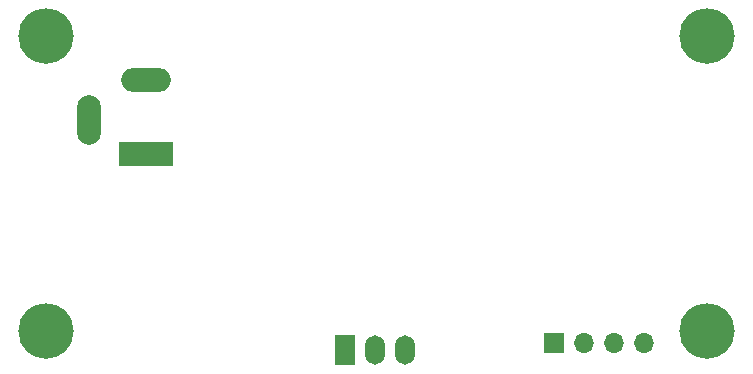
<source format=gbr>
%TF.GenerationSoftware,KiCad,Pcbnew,8.0.4+dfsg-1*%
%TF.CreationDate,2025-03-03T18:40:41+01:00*%
%TF.ProjectId,nixie-clock-psu,6e697869-652d-4636-9c6f-636b2d707375,rev?*%
%TF.SameCoordinates,Original*%
%TF.FileFunction,Soldermask,Bot*%
%TF.FilePolarity,Negative*%
%FSLAX46Y46*%
G04 Gerber Fmt 4.6, Leading zero omitted, Abs format (unit mm)*
G04 Created by KiCad (PCBNEW 8.0.4+dfsg-1) date 2025-03-03 18:40:41*
%MOMM*%
%LPD*%
G01*
G04 APERTURE LIST*
%ADD10R,1.700000X2.500000*%
%ADD11O,1.700000X2.500000*%
%ADD12C,4.700000*%
%ADD13R,4.600000X2.000000*%
%ADD14O,4.200000X2.000000*%
%ADD15O,2.000000X4.200000*%
%ADD16R,1.700000X1.700000*%
%ADD17O,1.700000X1.700000*%
G04 APERTURE END LIST*
D10*
%TO.C,U2*%
X175320000Y-117600000D03*
D11*
X177860000Y-117600000D03*
X180400000Y-117600000D03*
%TD*%
D12*
%TO.C,H4*%
X206000000Y-91000000D03*
%TD*%
%TO.C,H2*%
X150000000Y-116000000D03*
%TD*%
%TO.C,H3*%
X150000000Y-91000000D03*
%TD*%
D13*
%TO.C,J2*%
X158455000Y-101000000D03*
D14*
X158455000Y-94700000D03*
D15*
X153655000Y-98100000D03*
%TD*%
D12*
%TO.C,H1*%
X206000000Y-116000000D03*
%TD*%
D16*
%TO.C,J1*%
X193000000Y-117000000D03*
D17*
X195540000Y-117000000D03*
X198080000Y-117000000D03*
X200620000Y-117000000D03*
%TD*%
M02*

</source>
